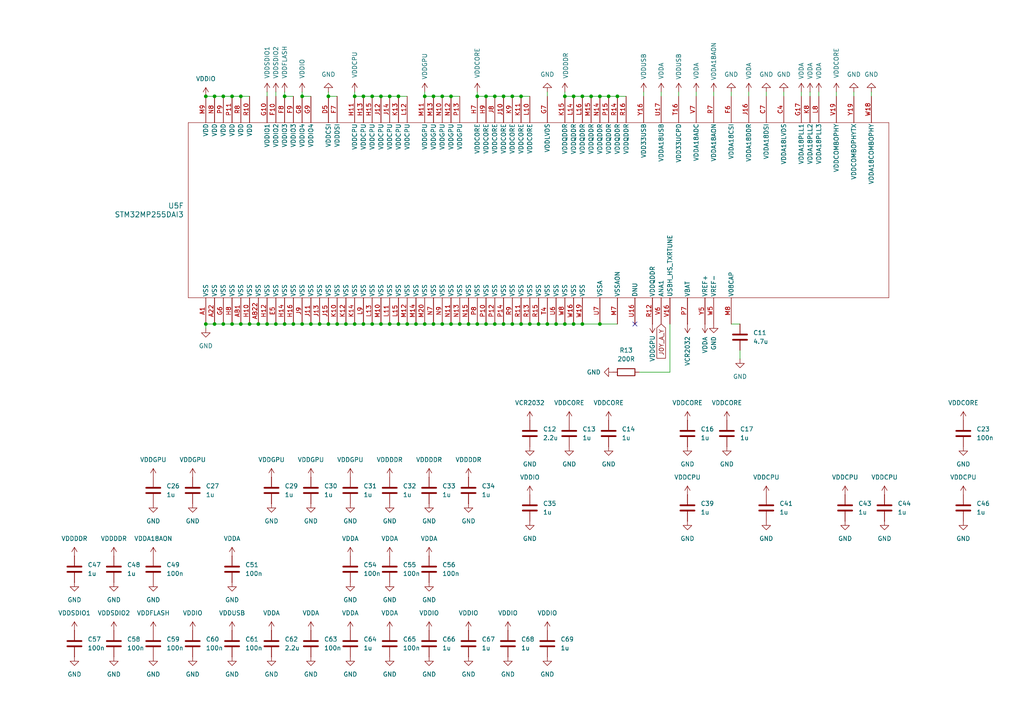
<source format=kicad_sch>
(kicad_sch (version 20250114) (generator "eeschema") (generator_version "9.0")
  (paper "A4")
  (junction (at 148.59 27.94))
  (junction (at 82.55 27.94))
  (junction (at 146.05 93.98))
  (junction (at 143.51 93.98))
  (junction (at 118.11 93.98))
  (junction (at 95.25 27.94))
  (junction (at 95.25 93.98))
  (junction (at 138.43 93.98))
  (junction (at 151.13 27.94))
  (junction (at 72.39 93.98))
  (junction (at 125.73 27.94))
  (junction (at 123.19 27.94))
  (junction (at 153.67 93.98))
  (junction (at 128.27 27.94))
  (junction (at 87.63 93.98))
  (junction (at 113.03 27.94))
  (junction (at 143.51 27.94))
  (junction (at 82.55 93.98))
  (junction (at 85.09 93.98))
  (junction (at 151.13 93.98))
  (junction (at 77.47 93.98))
  (junction (at 130.81 27.94))
  (junction (at 107.95 27.94))
  (junction (at 87.63 27.94))
  (junction (at 97.79 93.98))
  (junction (at 148.59 93.98))
  (junction (at 64.77 93.98))
  (junction (at 120.65 93.98))
  (junction (at 176.53 27.94))
  (junction (at 173.99 93.98))
  (junction (at 67.31 93.98))
  (junction (at 105.41 93.98))
  (junction (at 64.77 27.94))
  (junction (at 69.85 27.94))
  (junction (at 138.43 27.94))
  (junction (at 100.33 93.98))
  (junction (at 62.23 93.98))
  (junction (at 69.85 93.98))
  (junction (at 113.03 93.98))
  (junction (at 163.83 93.98))
  (junction (at 140.97 27.94))
  (junction (at 168.91 93.98))
  (junction (at 166.37 27.94))
  (junction (at 128.27 93.98))
  (junction (at 140.97 93.98))
  (junction (at 156.21 93.98))
  (junction (at 59.69 93.98))
  (junction (at 90.17 93.98))
  (junction (at 158.75 93.98))
  (junction (at 168.91 27.94))
  (junction (at 80.01 93.98))
  (junction (at 92.71 93.98))
  (junction (at 163.83 27.94))
  (junction (at 130.81 93.98))
  (junction (at 110.49 93.98))
  (junction (at 62.23 27.94))
  (junction (at 59.69 27.94))
  (junction (at 105.41 27.94))
  (junction (at 123.19 93.98))
  (junction (at 102.87 93.98))
  (junction (at 161.29 93.98))
  (junction (at 110.49 27.94))
  (junction (at 179.07 27.94))
  (junction (at 115.57 27.94))
  (junction (at 133.35 93.98))
  (junction (at 173.99 27.94))
  (junction (at 135.89 93.98))
  (junction (at 146.05 27.94))
  (junction (at 125.73 93.98))
  (junction (at 115.57 93.98))
  (junction (at 102.87 27.94))
  (junction (at 166.37 93.98))
  (junction (at 171.45 27.94))
  (junction (at 107.95 93.98))
  (junction (at 67.31 27.94))
  (junction (at 74.93 93.98))
  (no_connect (at 184.15 93.98))
  (wire (pts (xy 110.49 27.94) (xy 113.03 27.94)))
  (wire (pts (xy 118.11 93.98) (xy 120.65 93.98)))
  (wire (pts (xy 69.85 27.94) (xy 72.39 27.94)))
  (wire (pts (xy 186.69 26.67) (xy 186.69 27.94)))
  (wire (pts (xy 166.37 93.98) (xy 168.91 93.98)))
  (wire (pts (xy 74.93 93.98) (xy 77.47 93.98)))
  (wire (pts (xy 151.13 93.98) (xy 153.67 93.98)))
  (wire (pts (xy 168.91 27.94) (xy 171.45 27.94)))
  (wire (pts (xy 196.85 26.67) (xy 196.85 27.94)))
  (wire (pts (xy 179.07 27.94) (xy 181.61 27.94)))
  (wire (pts (xy 168.91 93.98) (xy 173.99 93.98)))
  (wire (pts (xy 77.47 93.98) (xy 80.01 93.98)))
  (wire (pts (xy 133.35 93.98) (xy 135.89 93.98)))
  (wire (pts (xy 123.19 26.67) (xy 123.19 27.94)))
  (wire (pts (xy 85.09 93.98) (xy 87.63 93.98)))
  (wire (pts (xy 62.23 27.94) (xy 64.77 27.94)))
  (wire (pts (xy 153.67 93.98) (xy 156.21 93.98)))
  (wire (pts (xy 212.09 93.98) (xy 214.63 93.98)))
  (wire (pts (xy 80.01 93.98) (xy 82.55 93.98)))
  (wire (pts (xy 163.83 93.98) (xy 166.37 93.98)))
  (wire (pts (xy 222.25 26.67) (xy 222.25 27.94)))
  (wire (pts (xy 191.77 26.67) (xy 191.77 27.94)))
  (wire (pts (xy 105.41 27.94) (xy 107.95 27.94)))
  (wire (pts (xy 130.81 93.98) (xy 133.35 93.98)))
  (wire (pts (xy 212.09 26.67) (xy 212.09 27.94)))
  (wire (pts (xy 173.99 27.94) (xy 176.53 27.94)))
  (wire (pts (xy 100.33 93.98) (xy 102.87 93.98)))
  (wire (pts (xy 194.31 107.95) (xy 185.42 107.95)))
  (wire (pts (xy 82.55 26.67) (xy 82.55 27.94)))
  (wire (pts (xy 214.63 101.6) (xy 214.63 104.14)))
  (wire (pts (xy 59.69 93.98) (xy 62.23 93.98)))
  (wire (pts (xy 140.97 27.94) (xy 143.51 27.94)))
  (wire (pts (xy 123.19 93.98) (xy 125.73 93.98)))
  (wire (pts (xy 64.77 27.94) (xy 67.31 27.94)))
  (wire (pts (xy 107.95 27.94) (xy 110.49 27.94)))
  (wire (pts (xy 158.75 26.67) (xy 158.75 27.94)))
  (wire (pts (xy 227.33 26.67) (xy 227.33 27.94)))
  (wire (pts (xy 138.43 93.98) (xy 140.97 93.98)))
  (wire (pts (xy 166.37 27.94) (xy 168.91 27.94)))
  (wire (pts (xy 163.83 27.94) (xy 166.37 27.94)))
  (wire (pts (xy 102.87 26.67) (xy 102.87 27.94)))
  (wire (pts (xy 242.57 26.67) (xy 242.57 27.94)))
  (wire (pts (xy 234.95 26.67) (xy 234.95 27.94)))
  (wire (pts (xy 156.21 93.98) (xy 158.75 93.98)))
  (wire (pts (xy 92.71 93.98) (xy 95.25 93.98)))
  (wire (pts (xy 105.41 93.98) (xy 107.95 93.98)))
  (wire (pts (xy 59.69 27.94) (xy 62.23 27.94)))
  (wire (pts (xy 77.47 26.67) (xy 77.47 27.94)))
  (wire (pts (xy 171.45 27.94) (xy 173.99 27.94)))
  (wire (pts (xy 85.09 27.94) (xy 82.55 27.94)))
  (wire (pts (xy 82.55 93.98) (xy 85.09 93.98)))
  (wire (pts (xy 67.31 93.98) (xy 69.85 93.98)))
  (wire (pts (xy 148.59 27.94) (xy 151.13 27.94)))
  (wire (pts (xy 176.53 27.94) (xy 179.07 27.94)))
  (wire (pts (xy 97.79 93.98) (xy 100.33 93.98)))
  (wire (pts (xy 87.63 93.98) (xy 90.17 93.98)))
  (wire (pts (xy 128.27 27.94) (xy 130.81 27.94)))
  (wire (pts (xy 90.17 93.98) (xy 92.71 93.98)))
  (wire (pts (xy 207.01 26.67) (xy 207.01 27.94)))
  (wire (pts (xy 102.87 27.94) (xy 105.41 27.94)))
  (wire (pts (xy 115.57 93.98) (xy 118.11 93.98)))
  (wire (pts (xy 158.75 93.98) (xy 161.29 93.98)))
  (wire (pts (xy 146.05 27.94) (xy 148.59 27.94)))
  (wire (pts (xy 148.59 93.98) (xy 151.13 93.98)))
  (wire (pts (xy 201.93 26.67) (xy 201.93 27.94)))
  (wire (pts (xy 64.77 93.98) (xy 67.31 93.98)))
  (wire (pts (xy 90.17 27.94) (xy 87.63 27.94)))
  (wire (pts (xy 194.31 93.98) (xy 194.31 107.95)))
  (wire (pts (xy 130.81 27.94) (xy 133.35 27.94)))
  (wire (pts (xy 161.29 93.98) (xy 163.83 93.98)))
  (wire (pts (xy 252.73 26.67) (xy 252.73 27.94)))
  (wire (pts (xy 128.27 93.98) (xy 130.81 93.98)))
  (wire (pts (xy 138.43 27.94) (xy 140.97 27.94)))
  (wire (pts (xy 247.65 26.67) (xy 247.65 27.94)))
  (wire (pts (xy 237.49 26.67) (xy 237.49 27.94)))
  (wire (pts (xy 151.13 27.94) (xy 153.67 27.94)))
  (wire (pts (xy 143.51 27.94) (xy 146.05 27.94)))
  (wire (pts (xy 62.23 93.98) (xy 64.77 93.98)))
  (wire (pts (xy 143.51 93.98) (xy 146.05 93.98)))
  (wire (pts (xy 102.87 93.98) (xy 105.41 93.98)))
  (wire (pts (xy 140.97 93.98) (xy 143.51 93.98)))
  (wire (pts (xy 95.25 26.67) (xy 95.25 27.94)))
  (wire (pts (xy 107.95 93.98) (xy 110.49 93.98)))
  (wire (pts (xy 95.25 27.94) (xy 97.79 27.94)))
  (wire (pts (xy 146.05 93.98) (xy 148.59 93.98)))
  (wire (pts (xy 125.73 27.94) (xy 128.27 27.94)))
  (wire (pts (xy 138.43 26.67) (xy 138.43 27.94)))
  (wire (pts (xy 59.69 95.25) (xy 59.69 93.98)))
  (wire (pts (xy 173.99 93.98) (xy 179.07 93.98)))
  (wire (pts (xy 80.01 26.67) (xy 80.01 27.94)))
  (wire (pts (xy 217.17 26.67) (xy 217.17 27.94)))
  (wire (pts (xy 110.49 93.98) (xy 113.03 93.98)))
  (wire (pts (xy 95.25 93.98) (xy 97.79 93.98)))
  (wire (pts (xy 125.73 93.98) (xy 128.27 93.98)))
  (wire (pts (xy 115.57 27.94) (xy 118.11 27.94)))
  (wire (pts (xy 72.39 93.98) (xy 74.93 93.98)))
  (wire (pts (xy 163.83 26.67) (xy 163.83 27.94)))
  (wire (pts (xy 123.19 27.94) (xy 125.73 27.94)))
  (wire (pts (xy 232.41 26.67) (xy 232.41 27.94)))
  (wire (pts (xy 67.31 27.94) (xy 69.85 27.94)))
  (wire (pts (xy 87.63 26.67) (xy 87.63 27.94)))
  (wire (pts (xy 113.03 93.98) (xy 115.57 93.98)))
  (wire (pts (xy 120.65 93.98) (xy 123.19 93.98)))
  (wire (pts (xy 69.85 93.98) (xy 72.39 93.98)))
  (wire (pts (xy 135.89 93.98) (xy 138.43 93.98)))
  (wire (pts (xy 113.03 27.94) (xy 115.57 27.94)))
  (global_label "JOY_A_Y" (shape input) (at 191.77 93.98 270) (property "Intersheetrefs" "${INTERSHEET_REFS}" (effects (hide yes))))
  (symbol (lib_id "power:VDD") (at 90.17 138.43 0) (unit 1)
    (property "Reference" "#PWR0117" (effects (hide yes)))
    (property "Value" "VDDGPU" (at 90.17 133.35 0))
    (property "Description" "Power symbol creates a global label with name \"VDD\"" (effects (hide yes)))
  )
  (symbol (lib_id "power:VDD") (at 135.89 138.43 0) (unit 1)
    (property "Reference" "#PWR0121" (effects (hide yes)))
    (property "Value" "VDDDDR" (at 135.89 133.35 0))
    (property "Description" "Power symbol creates a global label with name \"VDD\"" (effects (hide yes)))
  )
  (symbol (lib_id "power:VDD") (at 113.03 138.43 0) (unit 1)
    (property "Reference" "#PWR0119" (effects (hide yes)))
    (property "Value" "VDDDDR" (at 113.03 133.35 0))
    (property "Description" "Power symbol creates a global label with name \"VDD\"" (effects (hide yes)))
  )
  (symbol (lib_id "power:VDD") (at 87.63 26.67 0) (unit 1)
    (property "Reference" "#PWR057" (effects (hide yes)))
    (property "Value" "VDDIO" (at 87.6299 22.86 90) (effects (justify left)))
    (property "Description" "Power symbol creates a global label with name \"VDD\"" (effects (hide yes)))
  )
  (symbol (lib_id "power:VDDA") (at 78.74 182.88 0) (unit 1)
    (property "Reference" "#PWR0182" (effects (hide yes)))
    (property "Value" "VDDA" (at 78.74 177.8 0))
    (property "Description" "Power symbol creates a global label with name \"VDDA\"" (effects (hide yes)))
  )
  (symbol (lib_id "power:VDD") (at 153.67 143.51 0) (unit 1)
    (property "Reference" "#PWR0122" (effects (hide yes)))
    (property "Value" "VDDIO" (at 153.67 138.43 0))
    (property "Description" "Power symbol creates a global label with name \"VDD\"" (effects (hide yes)))
  )
  (symbol (lib_id "Device:C") (at 124.46 165.1 0) (unit 1)
    (property "Reference" "C56" (at 128.27 163.8299 0) (effects (justify left)))
    (property "Value" "100n" (at 128.27 166.3699 0) (effects (justify left)))
    (property "Footprint" "Capacitor_SMD:C_0402_1005Metric" (effects (hide yes)))
    (property "Description" "Unpolarized capacitor" (effects (hide yes)))
  )
  (symbol (lib_id "power:VDD") (at 207.01 26.67 0) (unit 1)
    (property "Reference" "#PWR068" (effects (hide yes)))
    (property "Value" "VDDA18AON" (at 207.01 17.78 90))
    (property "Description" "Power symbol creates a global label with name \"VDD\"" (effects (hide yes)))
  )
  (symbol (lib_id "power:VDDA") (at 124.46 161.29 0) (unit 1)
    (property "Reference" "#PWR0166" (effects (hide yes)))
    (property "Value" "VDDA" (at 124.46 156.21 0))
    (property "Description" "Power symbol creates a global label with name \"VDDA\"" (effects (hide yes)))
  )
  (symbol (lib_id "power:VDDA") (at 234.95 26.67 0) (unit 1)
    (property "Reference" "#PWR074" (effects (hide yes)))
    (property "Value" "VDDA" (at 234.95 20.574 90))
    (property "Description" "Power symbol creates a global label with name \"VDDA\"" (effects (hide yes)))
  )
  (symbol (lib_id "power:GND") (at 21.59 168.91 0) (unit 1)
    (property "Reference" "#PWR0167" (effects (hide yes)))
    (property "Value" "GND" (at 21.59 173.99 0))
    (property "Description" "Power symbol creates a global label with name \"GND\" , ground" (effects (hide yes)))
  )
  (symbol (lib_id "power:GND") (at 176.53 129.54 0) (unit 1)
    (property "Reference" "#PWR0101" (effects (hide yes)))
    (property "Value" "GND" (at 176.53 134.62 0))
    (property "Description" "Power symbol creates a global label with name \"GND\" , ground" (effects (hide yes)))
  )
  (symbol (lib_id "Device:C") (at 78.74 186.69 0) (unit 1)
    (property "Reference" "C62" (at 82.55 185.4199 0) (effects (justify left)))
    (property "Value" "2.2u" (at 82.55 187.9599 0) (effects (justify left)))
    (property "Footprint" "Capacitor_SMD:C_0402_1005Metric" (effects (hide yes)))
    (property "Description" "Unpolarized capacitor" (effects (hide yes)))
  )
  (symbol (lib_id "Device:C") (at 124.46 142.24 0) (unit 1)
    (property "Reference" "C33" (at 128.27 140.9699 0) (effects (justify left)))
    (property "Value" "1u" (at 128.27 143.5099 0) (effects (justify left)))
    (property "Footprint" "Capacitor_SMD:C_0402_1005Metric" (effects (hide yes)))
    (property "Description" "Unpolarized capacitor" (effects (hide yes)))
  )
  (symbol (lib_id "power:GND") (at 95.25 26.67 180) (unit 1)
    (property "Reference" "#PWR058" (effects (hide yes)))
    (property "Value" "GND" (at 95.25 21.59 0))
    (property "Description" "Power symbol creates a global label with name \"GND\" , ground" (effects (hide yes)))
  )
  (symbol (lib_id "power:GND") (at 199.39 129.54 0) (unit 1)
    (property "Reference" "#PWR0103" (effects (hide yes)))
    (property "Value" "GND" (at 199.39 134.62 0))
    (property "Description" "Power symbol creates a global label with name \"GND\" , ground" (effects (hide yes)))
  )
  (symbol (lib_id "power:VDDA") (at 204.47 93.98 180) (unit 1)
    (property "Reference" "#PWR082" (effects (hide yes)))
    (property "Value" "VDDA" (at 204.47 100.076 90))
    (property "Description" "Power symbol creates a global label with name \"VDDA\"" (effects (hide yes)))
  )
  (symbol (lib_id "power:VDD") (at 80.01 26.67 0) (unit 1)
    (property "Reference" "#PWR055" (effects (hide yes)))
    (property "Value" "VDDSDIO2" (at 80.0099 22.86 90) (effects (justify left)))
    (property "Description" "Power symbol creates a global label with name \"VDD\"" (effects (hide yes)))
  )
  (symbol (lib_id "power:VDD") (at 21.59 182.88 0) (unit 1)
    (property "Reference" "#PWR0177" (effects (hide yes)))
    (property "Value" "VDDSDIO1" (at 21.59 177.8 0))
    (property "Description" "Power symbol creates a global label with name \"VDD\"" (effects (hide yes)))
  )
  (symbol (lib_id "power:GND") (at 124.46 168.91 0) (unit 1)
    (property "Reference" "#PWR0176" (effects (hide yes)))
    (property "Value" "GND" (at 124.46 173.99 0))
    (property "Description" "Power symbol creates a global label with name \"GND\" , ground" (effects (hide yes)))
  )
  (symbol (lib_id "STM32MP255DAI:STM32MP255DAI3") (at 59.69 93.98 90) (unit 6)
    (property "Reference" "U5" (at 53.34 59.6899 90) (effects (font (size 1.524 1.524)) (justify left)))
    (property "Value" "STM32MP255DAI3" (at 53.34 62.2299 90) (effects (font (size 1.524 1.524)) (justify left)))
    (property "Footprint" "footprints:TFBGA436_STM" (effects (hide yes)))
    (property "Datasheet" "https://www.st.com/resource/en/datasheet/stm32mp251a.pdf" (effects (hide yes)))
  )
  (symbol (lib_id "power:GND") (at 101.6 146.05 0) (unit 1)
    (property "Reference" "#PWR0141" (effects (hide yes)))
    (property "Value" "GND" (at 101.6 151.13 0))
    (property "Description" "Power symbol creates a global label with name \"GND\" , ground" (effects (hide yes)))
  )
  (symbol (lib_id "power:GND") (at 44.45 146.05 0) (unit 1)
    (property "Reference" "#PWR0136" (effects (hide yes)))
    (property "Value" "GND" (at 44.45 151.13 0))
    (property "Description" "Power symbol creates a global label with name \"GND\" , ground" (effects (hide yes)))
  )
  (symbol (lib_id "power:VDDA") (at 201.93 26.67 0) (unit 1)
    (property "Reference" "#PWR067" (effects (hide yes)))
    (property "Value" "VDDA" (at 201.93 20.574 90))
    (property "Description" "Power symbol creates a global label with name \"VDDA\"" (effects (hide yes)))
  )
  (symbol (lib_id "power:GND") (at 33.02 168.91 0) (unit 1)
    (property "Reference" "#PWR0168" (effects (hide yes)))
    (property "Value" "GND" (at 33.02 173.99 0))
    (property "Description" "Power symbol creates a global label with name \"GND\" , ground" (effects (hide yes)))
  )
  (symbol (lib_id "power:VDD") (at 78.74 138.43 0) (unit 1)
    (property "Reference" "#PWR0116" (effects (hide yes)))
    (property "Value" "VDDGPU" (at 78.74 133.35 0))
    (property "Description" "Power symbol creates a global label with name \"VDD\"" (effects (hide yes)))
  )
  (symbol (lib_id "power:GND") (at 124.46 190.5 0) (unit 1)
    (property "Reference" "#PWR0199" (effects (hide yes)))
    (property "Value" "GND" (at 124.46 195.58 0))
    (property "Description" "Power symbol creates a global label with name \"GND\" , ground" (effects (hide yes)))
  )
  (symbol (lib_id "power:GND") (at 165.1 129.54 0) (unit 1)
    (property "Reference" "#PWR0100" (effects (hide yes)))
    (property "Value" "GND" (at 165.1 134.62 0))
    (property "Description" "Power symbol creates a global label with name \"GND\" , ground" (effects (hide yes)))
  )
  (symbol (lib_id "power:GND") (at 44.45 168.91 0) (unit 1)
    (property "Reference" "#PWR0169" (effects (hide yes)))
    (property "Value" "GND" (at 44.45 173.99 0))
    (property "Description" "Power symbol creates a global label with name \"GND\" , ground" (effects (hide yes)))
  )
  (symbol (lib_id "power:VDD") (at 55.88 138.43 0) (unit 1)
    (property "Reference" "#PWR0114" (effects (hide yes)))
    (property "Value" "VDDGPU" (at 55.88 133.35 0))
    (property "Description" "Power symbol creates a global label with name \"VDD\"" (effects (hide yes)))
  )
  (symbol (lib_id "power:VDD") (at 196.85 26.67 0) (unit 1)
    (property "Reference" "#PWR066" (effects (hide yes)))
    (property "Value" "VDDUSB" (at 196.85 19.304 90))
    (property "Description" "Power symbol creates a global label with name \"VDD\"" (effects (hide yes)))
  )
  (symbol (lib_id "power:VDD") (at 256.54 143.51 0) (unit 1)
    (property "Reference" "#PWR0131" (effects (hide yes)))
    (property "Value" "VDDCPU" (at 256.54 138.43 0))
    (property "Description" "Power symbol creates a global label with name \"VDD\"" (effects (hide yes)))
  )
  (symbol (lib_id "power:VDD") (at 123.19 26.67 0) (unit 1)
    (property "Reference" "#PWR060" (effects (hide yes)))
    (property "Value" "VDDGPU" (at 123.19 23.114 90) (effects (justify left)))
    (property "Description" "Power symbol creates a global label with name \"VDD\"" (effects (hide yes)))
  )
  (symbol (lib_id "Device:C") (at 113.03 186.69 0) (unit 1)
    (property "Reference" "C65" (at 116.84 185.4199 0) (effects (justify left)))
    (property "Value" "100n" (at 116.84 187.9599 0) (effects (justify left)))
    (property "Footprint" "Capacitor_SMD:C_0402_1005Metric" (effects (hide yes)))
    (property "Description" "Unpolarized capacitor" (effects (hide yes)))
  )
  (symbol (lib_id "power:GND") (at 44.45 190.5 0) (unit 1)
    (property "Reference" "#PWR0192" (effects (hide yes)))
    (property "Value" "GND" (at 44.45 195.58 0))
    (property "Description" "Power symbol creates a global label with name \"GND\" , ground" (effects (hide yes)))
  )
  (symbol (lib_id "power:GND") (at 256.54 151.13 0) (unit 1)
    (property "Reference" "#PWR0154" (effects (hide yes)))
    (property "Value" "GND" (at 256.54 156.21 0))
    (property "Description" "Power symbol creates a global label with name \"GND\" , ground" (effects (hide yes)))
  )
  (symbol (lib_id "power:GND") (at 78.74 190.5 0) (unit 1)
    (property "Reference" "#PWR0195" (effects (hide yes)))
    (property "Value" "GND" (at 78.74 195.58 0))
    (property "Description" "Power symbol creates a global label with name \"GND\" , ground" (effects (hide yes)))
  )
  (symbol (lib_id "power:VDD") (at 158.75 182.88 0) (unit 1)
    (property "Reference" "#PWR0189" (effects (hide yes)))
    (property "Value" "VDDIO" (at 158.75 177.8 0))
    (property "Description" "Power symbol creates a global label with name \"VDD\"" (effects (hide yes)))
  )
  (symbol (lib_id "power:VDD") (at 199.39 143.51 0) (unit 1)
    (property "Reference" "#PWR0126" (effects (hide yes)))
    (property "Value" "VDDCPU" (at 199.39 138.43 0))
    (property "Description" "Power symbol creates a global label with name \"VDD\"" (effects (hide yes)))
  )
  (symbol (lib_id "power:GND") (at 55.88 146.05 0) (unit 1)
    (property "Reference" "#PWR0137" (effects (hide yes)))
    (property "Value" "GND" (at 55.88 151.13 0))
    (property "Description" "Power symbol creates a global label with name \"GND\" , ground" (effects (hide yes)))
  )
  (symbol (lib_id "power:VDD") (at 165.1 121.92 0) (unit 1)
    (property "Reference" "#PWR088" (effects (hide yes)))
    (property "Value" "VDDCORE" (at 165.1 116.84 0))
    (property "Description" "Power symbol creates a global label with name \"VDD\"" (effects (hide yes)))
  )
  (symbol (lib_id "power:VDDA") (at 90.17 182.88 0) (unit 1)
    (property "Reference" "#PWR0183" (effects (hide yes)))
    (property "Value" "VDDA" (at 90.17 177.8 0))
    (property "Description" "Power symbol creates a global label with name \"VDDA\"" (effects (hide yes)))
  )
  (symbol (lib_id "Device:C") (at 67.31 186.69 0) (unit 1)
    (property "Reference" "C61" (at 71.12 185.4199 0) (effects (justify left)))
    (property "Value" "100n" (at 71.12 187.9599 0) (effects (justify left)))
    (property "Footprint" "Capacitor_SMD:C_0402_1005Metric" (effects (hide yes)))
    (property "Description" "Unpolarized capacitor" (effects (hide yes)))
  )
  (symbol (lib_id "Device:C") (at 124.46 186.69 0) (unit 1)
    (property "Reference" "C66" (at 128.27 185.4199 0) (effects (justify left)))
    (property "Value" "1u" (at 128.27 187.9599 0) (effects (justify left)))
    (property "Footprint" "Capacitor_SMD:C_0402_1005Metric" (effects (hide yes)))
    (property "Description" "Unpolarized capacitor" (effects (hide yes)))
  )
  (symbol (lib_id "power:VDD") (at 135.89 182.88 0) (unit 1)
    (property "Reference" "#PWR0187" (effects (hide yes)))
    (property "Value" "VDDIO" (at 135.89 177.8 0))
    (property "Description" "Power symbol creates a global label with name \"VDD\"" (effects (hide yes)))
  )
  (symbol (lib_id "power:VDD") (at 279.4 121.92 0) (unit 1)
    (property "Reference" "#PWR098" (effects (hide yes)))
    (property "Value" "VDDCORE" (at 279.4 116.84 0))
    (property "Description" "Power symbol creates a global label with name \"VDD\"" (effects (hide yes)))
  )
  (symbol (lib_id "power:GND") (at 113.03 146.05 0) (unit 1)
    (property "Reference" "#PWR0142" (effects (hide yes)))
    (property "Value" "GND" (at 113.03 151.13 0))
    (property "Description" "Power symbol creates a global label with name \"GND\" , ground" (effects (hide yes)))
  )
  (symbol (lib_id "Device:C") (at 33.02 186.69 0) (unit 1)
    (property "Reference" "C58" (at 36.83 185.4199 0) (effects (justify left)))
    (property "Value" "100n" (at 36.83 187.9599 0) (effects (justify left)))
    (property "Footprint" "Capacitor_SMD:C_0402_1005Metric" (effects (hide yes)))
    (property "Description" "Unpolarized capacitor" (effects (hide yes)))
  )
  (symbol (lib_id "power:VDD") (at 82.55 26.67 0) (unit 1)
    (property "Reference" "#PWR056" (effects (hide yes)))
    (property "Value" "VDDFLASH" (at 82.5499 22.86 90) (effects (justify left)))
    (property "Description" "Power symbol creates a global label with name \"VDD\"" (effects (hide yes)))
  )
  (symbol (lib_id "power:GND") (at 67.31 190.5 0) (unit 1)
    (property "Reference" "#PWR0194" (effects (hide yes)))
    (property "Value" "GND" (at 67.31 195.58 0))
    (property "Description" "Power symbol creates a global label with name \"GND\" , ground" (effects (hide yes)))
  )
  (symbol (lib_id "power:GND") (at 124.46 146.05 0) (unit 1)
    (property "Reference" "#PWR0143" (effects (hide yes)))
    (property "Value" "GND" (at 124.46 151.13 0))
    (property "Description" "Power symbol creates a global label with name \"GND\" , ground" (effects (hide yes)))
  )
  (symbol (lib_id "Device:C") (at 21.59 186.69 0) (unit 1)
    (property "Reference" "C57" (at 25.4 185.4199 0) (effects (justify left)))
    (property "Value" "100n" (at 25.4 187.9599 0) (effects (justify left)))
    (property "Footprint" "Capacitor_SMD:C_0402_1005Metric" (effects (hide yes)))
    (property "Description" "Unpolarized capacitor" (effects (hide yes)))
  )
  (symbol (lib_id "power:VDDA") (at 101.6 182.88 0) (unit 1)
    (property "Reference" "#PWR0184" (effects (hide yes)))
    (property "Value" "VDDA" (at 101.6 177.8 0))
    (property "Description" "Power symbol creates a global label with name \"VDDA\"" (effects (hide yes)))
  )
  (symbol (lib_id "power:VDD") (at 44.45 161.29 0) (unit 1)
    (property "Reference" "#PWR0159" (effects (hide yes)))
    (property "Value" "VDDA18AON" (at 44.45 156.21 0))
    (property "Description" "Power symbol creates a global label with name \"VDD\"" (effects (hide yes)))
  )
  (symbol (lib_id "Device:C") (at 214.63 97.79 0) (unit 1)
    (property "Reference" "C11" (at 218.44 96.5199 0) (effects (justify left)))
    (property "Value" "4.7u" (at 218.44 99.0599 0) (effects (justify left)))
    (property "Footprint" "Capacitor_SMD:C_0402_1005Metric" (effects (hide yes)))
    (property "Description" "Unpolarized capacitor" (effects (hide yes)))
  )
  (symbol (lib_id "power:VDD") (at 147.32 182.88 0) (unit 1)
    (property "Reference" "#PWR0188" (effects (hide yes)))
    (property "Value" "VDDIO" (at 147.32 177.8 0))
    (property "Description" "Power symbol creates a global label with name \"VDD\"" (effects (hide yes)))
  )
  (symbol (lib_id "power:GND") (at 78.74 146.05 0) (unit 1)
    (property "Reference" "#PWR0139" (effects (hide yes)))
    (property "Value" "GND" (at 78.74 151.13 0))
    (property "Description" "Power symbol creates a global label with name \"GND\" , ground" (effects (hide yes)))
  )
  (symbol (lib_id "Device:C") (at 55.88 142.24 0) (unit 1)
    (property "Reference" "C27" (at 59.69 140.9699 0) (effects (justify left)))
    (property "Value" "1u" (at 59.69 143.5099 0) (effects (justify left)))
    (property "Footprint" "Capacitor_SMD:C_0402_1005Metric" (effects (hide yes)))
    (property "Description" "Unpolarized capacitor" (effects (hide yes)))
  )
  (symbol (lib_id "power:VDD") (at 176.53 121.92 0) (unit 1)
    (property "Reference" "#PWR089" (effects (hide yes)))
    (property "Value" "VDDCORE" (at 176.53 116.84 0))
    (property "Description" "Power symbol creates a global label with name \"VDD\"" (effects (hide yes)))
  )
  (symbol (lib_id "power:GND") (at 67.31 168.91 0) (unit 1)
    (property "Reference" "#PWR0171" (effects (hide yes)))
    (property "Value" "GND" (at 67.31 173.99 0))
    (property "Description" "Power symbol creates a global label with name \"GND\" , ground" (effects (hide yes)))
  )
  (symbol (lib_id "Device:C") (at 245.11 147.32 0) (unit 1)
    (property "Reference" "C43" (at 248.92 146.0499 0) (effects (justify left)))
    (property "Value" "1u" (at 248.92 148.5899 0) (effects (justify left)))
    (property "Footprint" "Capacitor_SMD:C_0402_1005Metric" (effects (hide yes)))
    (property "Description" "Unpolarized capacitor" (effects (hide yes)))
  )
  (symbol (lib_id "power:VDD") (at 153.67 121.92 0) (unit 1)
    (property "Reference" "#PWR087" (effects (hide yes)))
    (property "Value" "VCR2032" (at 153.67 116.84 0))
    (property "Description" "Power symbol creates a global label with name \"VDD\"" (effects (hide yes)))
  )
  (symbol (lib_id "power:GND") (at 210.82 129.54 0) (unit 1)
    (property "Reference" "#PWR0104" (effects (hide yes)))
    (property "Value" "GND" (at 210.82 134.62 0))
    (property "Description" "Power symbol creates a global label with name \"GND\" , ground" (effects (hide yes)))
  )
  (symbol (lib_id "power:GND") (at 247.65 26.67 180) (unit 1)
    (property "Reference" "#PWR077" (effects (hide yes)))
    (property "Value" "GND" (at 247.65 21.59 0))
    (property "Description" "Power symbol creates a global label with name \"GND\" , ground" (effects (hide yes)))
  )
  (symbol (lib_id "Device:C") (at 44.45 165.1 0) (unit 1)
    (property "Reference" "C49" (at 48.26 163.8299 0) (effects (justify left)))
    (property "Value" "100n" (at 48.26 166.3699 0) (effects (justify left)))
    (property "Footprint" "Capacitor_SMD:C_0402_1005Metric" (effects (hide yes)))
    (property "Description" "Unpolarized capacitor" (effects (hide yes)))
  )
  (symbol (lib_id "power:VDD") (at 163.83 26.67 0) (unit 1)
    (property "Reference" "#PWR063" (effects (hide yes)))
    (property "Value" "VDDDDR" (at 164.084 22.86 90) (effects (justify left)))
    (property "Description" "Power symbol creates a global label with name \"VDD\"" (effects (hide yes)))
  )
  (symbol (lib_id "Device:C") (at 78.74 142.24 0) (unit 1)
    (property "Reference" "C29" (at 82.55 140.9699 0) (effects (justify left)))
    (property "Value" "1u" (at 82.55 143.5099 0) (effects (justify left)))
    (property "Footprint" "Capacitor_SMD:C_0402_1005Metric" (effects (hide yes)))
    (property "Description" "Unpolarized capacitor" (effects (hide yes)))
  )
  (symbol (lib_id "power:VDD") (at 21.59 161.29 0) (unit 1)
    (property "Reference" "#PWR0157" (effects (hide yes)))
    (property "Value" "VDDDDR" (at 21.59 156.21 0))
    (property "Description" "Power symbol creates a global label with name \"VDD\"" (effects (hide yes)))
  )
  (symbol (lib_id "Device:R") (at 181.61 107.95 90) (unit 1)
    (property "Reference" "R13" (at 181.61 101.6 90))
    (property "Value" "200R" (at 181.61 104.14 90))
    (property "Footprint" "Resistor_SMD:R_0603_1608Metric" (effects (hide yes)))
    (property "Description" "Resistor" (effects (hide yes)))
  )
  (symbol (lib_id "power:VDDA") (at 113.03 161.29 0) (unit 1)
    (property "Reference" "#PWR0165" (effects (hide yes)))
    (property "Value" "VDDA" (at 113.03 156.21 0))
    (property "Description" "Power symbol creates a global label with name \"VDDA\"" (effects (hide yes)))
  )
  (symbol (lib_id "power:GND") (at 90.17 146.05 0) (unit 1)
    (property "Reference" "#PWR0140" (effects (hide yes)))
    (property "Value" "GND" (at 90.17 151.13 0))
    (property "Description" "Power symbol creates a global label with name \"GND\" , ground" (effects (hide yes)))
  )
  (symbol (lib_id "power:GND") (at 177.8 107.95 270) (unit 1)
    (property "Reference" "#PWR086" (effects (hide yes)))
    (property "Value" "GND" (at 172.212 107.95 90))
    (property "Description" "Power symbol creates a global label with name \"GND\" , ground" (effects (hide yes)))
  )
  (symbol (lib_id "power:GND") (at 207.01 93.98 0) (unit 1)
    (property "Reference" "#PWR083" (effects (hide yes)))
    (property "Value" "GND" (at 207.01 99.568 90))
    (property "Description" "Power symbol creates a global label with name \"GND\" , ground" (effects (hide yes)))
  )
  (symbol (lib_id "Device:C") (at 279.4 125.73 0) (unit 1)
    (property "Reference" "C23" (at 283.21 124.4599 0) (effects (justify left)))
    (property "Value" "100n" (at 283.21 126.9999 0) (effects (justify left)))
    (property "Footprint" "Capacitor_SMD:C_0402_1005Metric" (effects (hide yes)))
    (property "Description" "Unpolarized capacitor" (effects (hide yes)))
  )
  (symbol (lib_id "power:GND") (at 279.4 129.54 0) (unit 1)
    (property "Reference" "#PWR0110" (effects (hide yes)))
    (property "Value" "GND" (at 279.4 134.62 0))
    (property "Description" "Power symbol creates a global label with name \"GND\" , ground" (effects (hide yes)))
  )
  (symbol (lib_id "power:GND") (at 222.25 26.67 180) (unit 1)
    (property "Reference" "#PWR071" (effects (hide yes)))
    (property "Value" "GND" (at 222.25 21.59 0))
    (property "Description" "Power symbol creates a global label with name \"GND\" , ground" (effects (hide yes)))
  )
  (symbol (lib_id "power:GND") (at 147.32 190.5 0) (unit 1)
    (property "Reference" "#PWR0201" (effects (hide yes)))
    (property "Value" "GND" (at 147.32 195.58 0))
    (property "Description" "Power symbol creates a global label with name \"GND\" , ground" (effects (hide yes)))
  )
  (symbol (lib_id "power:VDDA") (at 237.49 26.67 0) (unit 1)
    (property "Reference" "#PWR075" (effects (hide yes)))
    (property "Value" "VDDA" (at 237.49 20.574 90))
    (property "Description" "Power symbol creates a global label with name \"VDDA\"" (effects (hide yes)))
  )
  (symbol (lib_id "Device:C") (at 210.82 125.73 0) (unit 1)
    (property "Reference" "C17" (at 214.63 124.4599 0) (effects (justify left)))
    (property "Value" "1u" (at 214.63 126.9999 0) (effects (justify left)))
    (property "Footprint" "Capacitor_SMD:C_0402_1005Metric" (effects (hide yes)))
    (property "Description" "Unpolarized capacitor" (effects (hide yes)))
  )
  (symbol (lib_id "power:GND") (at 21.59 190.5 0) (unit 1)
    (property "Reference" "#PWR0190" (effects (hide yes)))
    (property "Value" "GND" (at 21.59 195.58 0))
    (property "Description" "Power symbol creates a global label with name \"GND\" , ground" (effects (hide yes)))
  )
  (symbol (lib_id "power:VDD") (at 199.39 93.98 180) (unit 1)
    (property "Reference" "#PWR081" (effects (hide yes)))
    (property "Value" "VCR2032" (at 199.39 106.172 90) (effects (justify right)))
    (property "Description" "Power symbol creates a global label with name \"VDD\"" (effects (hide yes)))
  )
  (symbol (lib_id "power:GND") (at 214.63 104.14 0) (unit 1)
    (property "Reference" "#PWR085" (effects (hide yes)))
    (property "Value" "GND" (at 214.63 109.22 0))
    (property "Description" "Power symbol creates a global label with name \"GND\" , ground" (effects (hide yes)))
  )
  (symbol (lib_id "Device:C") (at 199.39 147.32 0) (unit 1)
    (property "Reference" "C39" (at 203.2 146.0499 0) (effects (justify left)))
    (property "Value" "1u" (at 203.2 148.5899 0) (effects (justify left)))
    (property "Footprint" "Capacitor_SMD:C_0402_1005Metric" (effects (hide yes)))
    (property "Description" "Unpolarized capacitor" (effects (hide yes)))
  )
  (symbol (lib_id "Device:C") (at 44.45 186.69 0) (unit 1)
    (property "Reference" "C59" (at 48.26 185.4199 0) (effects (justify left)))
    (property "Value" "100n" (at 48.26 187.9599 0) (effects (justify left)))
    (property "Footprint" "Capacitor_SMD:C_0402_1005Metric" (effects (hide yes)))
    (property "Description" "Unpolarized capacitor" (effects (hide yes)))
  )
  (symbol (lib_id "Device:C") (at 153.67 125.73 0) (unit 1)
    (property "Reference" "C12" (at 157.48 124.4599 0) (effects (justify left)))
    (property "Value" "2.2u" (at 157.48 126.9999 0) (effects (justify left)))
    (property "Footprint" "Capacitor_SMD:C_0402_1005Metric" (effects (hide yes)))
    (property "Description" "Unpolarized capacitor" (effects (hide yes)))
  )
  (symbol (lib_id "power:VDD") (at 33.02 182.88 0) (unit 1)
    (property "Reference" "#PWR0178" (effects (hide yes)))
    (property "Value" "VDDSDIO2" (at 33.02 177.8 0))
    (property "Description" "Power symbol creates a global label with name \"VDD\"" (effects (hide yes)))
  )
  (symbol (lib_id "power:VDD") (at 59.69 27.94 0) (unit 1)
    (property "Reference" "#PWR079" (effects (hide yes)))
    (property "Value" "VDDIO" (at 59.69 22.86 0))
    (property "Description" "Power symbol creates a global label with name \"VDD\"" (effects (hide yes)))
  )
  (symbol (lib_id "power:VDD") (at 101.6 138.43 0) (unit 1)
    (property "Reference" "#PWR0118" (effects (hide yes)))
    (property "Value" "VDDGPU" (at 101.6 133.35 0))
    (property "Description" "Power symbol creates a global label with name \"VDD\"" (effects (hide yes)))
  )
  (symbol (lib_id "Device:C") (at 101.6 142.24 0) (unit 1)
    (property "Reference" "C31" (at 105.41 140.9699 0) (effects (justify left)))
    (property "Value" "1u" (at 105.41 143.5099 0) (effects (justify left)))
    (property "Footprint" "Capacitor_SMD:C_0402_1005Metric" (effects (hide yes)))
    (property "Description" "Unpolarized capacitor" (effects (hide yes)))
  )
  (symbol (lib_id "power:VDD") (at 124.46 182.88 0) (unit 1)
    (property "Reference" "#PWR0186" (effects (hide yes)))
    (property "Value" "VDDIO" (at 124.46 177.8 0))
    (property "Description" "Power symbol creates a global label with name \"VDD\"" (effects (hide yes)))
  )
  (symbol (lib_id "Device:C") (at 44.45 142.24 0) (unit 1)
    (property "Reference" "C26" (at 48.26 140.9699 0) (effects (justify left)))
    (property "Value" "1u" (at 48.26 143.5099 0) (effects (justify left)))
    (property "Footprint" "Capacitor_SMD:C_0402_1005Metric" (effects (hide yes)))
    (property "Description" "Unpolarized capacitor" (effects (hide yes)))
  )
  (symbol (lib_id "power:VDD") (at 67.31 182.88 0) (unit 1)
    (property "Reference" "#PWR0181" (effects (hide yes)))
    (property "Value" "VDDUSB" (at 67.31 177.8 0))
    (property "Description" "Power symbol creates a global label with name \"VDD\"" (effects (hide yes)))
  )
  (symbol (lib_id "power:GND") (at 153.67 151.13 0) (unit 1)
    (property "Reference" "#PWR0145" (effects (hide yes)))
    (property "Value" "GND" (at 153.67 156.21 0))
    (property "Description" "Power symbol creates a global label with name \"GND\" , ground" (effects (hide yes)))
  )
  (symbol (lib_id "Device:C") (at 158.75 186.69 0) (unit 1)
    (property "Reference" "C69" (at 162.56 185.4199 0) (effects (justify left)))
    (property "Value" "1u" (at 162.56 187.9599 0) (effects (justify left)))
    (property "Footprint" "Capacitor_SMD:C_0402_1005Metric" (effects (hide yes)))
    (property "Description" "Unpolarized capacitor" (effects (hide yes)))
  )
  (symbol (lib_id "Device:C") (at 21.59 165.1 0) (unit 1)
    (property "Reference" "C47" (at 25.4 163.8299 0) (effects (justify left)))
    (property "Value" "1u" (at 25.4 166.3699 0) (effects (justify left)))
    (property "Footprint" "Capacitor_SMD:C_0402_1005Metric" (effects (hide yes)))
    (property "Description" "Unpolarized capacitor" (effects (hide yes)))
  )
  (symbol (lib_id "Device:C") (at 135.89 186.69 0) (unit 1)
    (property "Reference" "C67" (at 139.7 185.4199 0) (effects (justify left)))
    (property "Value" "1u" (at 139.7 187.9599 0) (effects (justify left)))
    (property "Footprint" "Capacitor_SMD:C_0402_1005Metric" (effects (hide yes)))
    (property "Description" "Unpolarized capacitor" (effects (hide yes)))
  )
  (symbol (lib_id "Device:C") (at 90.17 142.24 0) (unit 1)
    (property "Reference" "C30" (at 93.98 140.9699 0) (effects (justify left)))
    (property "Value" "1u" (at 93.98 143.5099 0) (effects (justify left)))
    (property "Footprint" "Capacitor_SMD:C_0402_1005Metric" (effects (hide yes)))
    (property "Description" "Unpolarized capacitor" (effects (hide yes)))
  )
  (symbol (lib_id "power:GND") (at 158.75 26.67 180) (unit 1)
    (property "Reference" "#PWR062" (effects (hide yes)))
    (property "Value" "GND" (at 158.75 21.59 0))
    (property "Description" "Power symbol creates a global label with name \"GND\" , ground" (effects (hide yes)))
  )
  (symbol (lib_id "Device:C") (at 147.32 186.69 0) (unit 1)
    (property "Reference" "C68" (at 151.13 185.4199 0) (effects (justify left)))
    (property "Value" "1u" (at 151.13 187.9599 0) (effects (justify left)))
    (property "Footprint" "Capacitor_SMD:C_0402_1005Metric" (effects (hide yes)))
    (property "Description" "Unpolarized capacitor" (effects (hide yes)))
  )
  (symbol (lib_id "power:GND") (at 113.03 190.5 0) (unit 1)
    (property "Reference" "#PWR0198" (effects (hide yes)))
    (property "Value" "GND" (at 113.03 195.58 0))
    (property "Description" "Power symbol creates a global label with name \"GND\" , ground" (effects (hide yes)))
  )
  (symbol (lib_id "power:GND") (at 222.25 151.13 0) (unit 1)
    (property "Reference" "#PWR0151" (effects (hide yes)))
    (property "Value" "GND" (at 222.25 156.21 0))
    (property "Description" "Power symbol creates a global label with name \"GND\" , ground" (effects (hide yes)))
  )
  (symbol (lib_id "power:GND") (at 101.6 190.5 0) (unit 1)
    (property "Reference" "#PWR0197" (effects (hide yes)))
    (property "Value" "GND" (at 101.6 195.58 0))
    (property "Description" "Power symbol creates a global label with name \"GND\" , ground" (effects (hide yes)))
  )
  (symbol (lib_id "power:VDD") (at 138.43 26.67 0) (unit 1)
    (property "Reference" "#PWR061" (effects (hide yes)))
    (property "Value" "VDDCORE" (at 138.43 18.288 90))
    (property "Description" "Power symbol creates a global label with name \"VDD\"" (effects (hide yes)))
  )
  (symbol (lib_id "power:VDDA") (at 217.17 26.67 0) (unit 1)
    (property "Reference" "#PWR070" (effects (hide yes)))
    (property "Value" "VDDA" (at 217.17 20.574 90))
    (property "Description" "Power symbol creates a global label with name \"VDDA\"" (effects (hide yes)))
  )
  (symbol (lib_id "power:VDD") (at 245.11 143.51 0) (unit 1)
    (property "Reference" "#PWR0130" (effects (hide yes)))
    (property "Value" "VDDCPU" (at 245.11 138.43 0))
    (property "Description" "Power symbol creates a global label with name \"VDD\"" (effects (hide yes)))
  )
  (symbol (lib_id "Device:C") (at 101.6 165.1 0) (unit 1)
    (property "Reference" "C54" (at 105.41 163.8299 0) (effects (justify left)))
    (property "Value" "100n" (at 105.41 166.3699 0) (effects (justify left)))
    (property "Footprint" "Capacitor_SMD:C_0402_1005Metric" (effects (hide yes)))
    (property "Description" "Unpolarized capacitor" (effects (hide yes)))
  )
  (symbol (lib_id "power:VDD") (at 199.39 121.92 0) (unit 1)
    (property "Reference" "#PWR091" (effects (hide yes)))
    (property "Value" "VDDCORE" (at 199.39 116.84 0))
    (property "Description" "Power symbol creates a global label with name \"VDD\"" (effects (hide yes)))
  )
  (symbol (lib_id "Device:C") (at 222.25 147.32 0) (unit 1)
    (property "Reference" "C41" (at 226.06 146.0499 0) (effects (justify left)))
    (property "Value" "1u" (at 226.06 148.5899 0) (effects (justify left)))
    (property "Footprint" "Capacitor_SMD:C_0402_1005Metric" (effects (hide yes)))
    (property "Description" "Unpolarized capacitor" (effects (hide yes)))
  )
  (symbol (lib_id "power:VDD") (at 222.25 143.51 0) (unit 1)
    (property "Reference" "#PWR0128" (effects (hide yes)))
    (property "Value" "VDDCPU" (at 222.25 138.43 0))
    (property "Description" "Power symbol creates a global label with name \"VDD\"" (effects (hide yes)))
  )
  (symbol (lib_id "power:VDDA") (at 67.31 161.29 0) (unit 1)
    (property "Reference" "#PWR0161" (effects (hide yes)))
    (property "Value" "VDDA" (at 67.31 156.21 0))
    (property "Description" "Power symbol creates a global label with name \"VDDA\"" (effects (hide yes)))
  )
  (symbol (lib_id "Device:C") (at 101.6 186.69 0) (unit 1)
    (property "Reference" "C64" (at 105.41 185.4199 0) (effects (justify left)))
    (property "Value" "1u" (at 105.41 187.9599 0) (effects (justify left)))
    (property "Footprint" "Capacitor_SMD:C_0402_1005Metric" (effects (hide yes)))
    (property "Description" "Unpolarized capacitor" (effects (hide yes)))
  )
  (symbol (lib_id "power:VDD") (at 44.45 138.43 0) (unit 1)
    (property "Reference" "#PWR0113" (effects (hide yes)))
    (property "Value" "VDDGPU" (at 44.45 133.35 0))
    (property "Description" "Power symbol creates a global label with name \"VDD\"" (effects (hide yes)))
  )
  (symbol (lib_id "Device:C") (at 176.53 125.73 0) (unit 1)
    (property "Reference" "C14" (at 180.34 124.4599 0) (effects (justify left)))
    (property "Value" "1u" (at 180.34 126.9999 0) (effects (justify left)))
    (property "Footprint" "Capacitor_SMD:C_0402_1005Metric" (effects (hide yes)))
    (property "Description" "Unpolarized capacitor" (effects (hide yes)))
  )
  (symbol (lib_id "power:GND") (at 101.6 168.91 0) (unit 1)
    (property "Reference" "#PWR0174" (effects (hide yes)))
    (property "Value" "GND" (at 101.6 173.99 0))
    (property "Description" "Power symbol creates a global label with name \"GND\" , ground" (effects (hide yes)))
  )
  (symbol (lib_id "power:VDD") (at 210.82 121.92 0) (unit 1)
    (property "Reference" "#PWR092" (effects (hide yes)))
    (property "Value" "VDDCORE" (at 210.82 116.84 0))
    (property "Description" "Power symbol creates a global label with name \"VDD\"" (effects (hide yes)))
  )
  (symbol (lib_id "Device:C") (at 165.1 125.73 0) (unit 1)
    (property "Reference" "C13" (at 168.91 124.4599 0) (effects (justify left)))
    (property "Value" "1u" (at 168.91 126.9999 0) (effects (justify left)))
    (property "Footprint" "Capacitor_SMD:C_0402_1005Metric" (effects (hide yes)))
    (property "Description" "Unpolarized capacitor" (effects (hide yes)))
  )
  (symbol (lib_id "power:GND") (at 279.4 151.13 0) (unit 1)
    (property "Reference" "#PWR0156" (effects (hide yes)))
    (property "Value" "GND" (at 279.4 156.21 0))
    (property "Description" "Power symbol creates a global label with name \"GND\" , ground" (effects (hide yes)))
  )
  (symbol (lib_id "power:GND") (at 227.33 26.67 180) (unit 1)
    (property "Reference" "#PWR072" (effects (hide yes)))
    (property "Value" "GND" (at 227.33 21.59 0))
    (property "Description" "Power symbol creates a global label with name \"GND\" , ground" (effects (hide yes)))
  )
  (symbol (lib_id "power:VDD") (at 55.88 182.88 0) (unit 1)
    (property "Reference" "#PWR0180" (effects (hide yes)))
    (property "Value" "VDDIO" (at 55.88 177.8 0))
    (property "Description" "Power symbol creates a global label with name \"VDD\"" (effects (hide yes)))
  )
  (symbol (lib_id "Device:C") (at 256.54 147.32 0) (unit 1)
    (property "Reference" "C44" (at 260.35 146.0499 0) (effects (justify left)))
    (property "Value" "1u" (at 260.35 148.5899 0) (effects (justify left)))
    (property "Footprint" "Capacitor_SMD:C_0402_1005Metric" (effects (hide yes)))
    (property "Description" "Unpolarized capacitor" (effects (hide yes)))
  )
  (symbol (lib_id "power:VDD") (at 102.87 26.67 0) (unit 1)
    (property "Reference" "#PWR059" (effects (hide yes)))
    (property "Value" "VDDCPU" (at 102.87 18.796 90))
    (property "Description" "Power symbol creates a global label with name \"VDD\"" (effects (hide yes)))
  )
  (symbol (lib_id "power:GND") (at 158.75 190.5 0) (unit 1)
    (property "Reference" "#PWR0202" (effects (hide yes)))
    (property "Value" "GND" (at 158.75 195.58 0))
    (property "Description" "Power symbol creates a global label with name \"GND\" , ground" (effects (hide yes)))
  )
  (symbol (lib_id "power:GND") (at 245.11 151.13 0) (unit 1)
    (property "Reference" "#PWR0153" (effects (hide yes)))
    (property "Value" "GND" (at 245.11 156.21 0))
    (property "Description" "Power symbol creates a global label with name \"GND\" , ground" (effects (hide yes)))
  )
  (symbol (lib_id "power:GND") (at 212.09 26.67 180) (unit 1)
    (property "Reference" "#PWR069" (effects (hide yes)))
    (property "Value" "GND" (at 212.09 21.59 0))
    (property "Description" "Power symbol creates a global label with name \"GND\" , ground" (effects (hide yes)))
  )
  (symbol (lib_id "Device:C") (at 279.4 147.32 0) (unit 1)
    (property "Reference" "C46" (at 283.21 146.0499 0) (effects (justify left)))
    (property "Value" "1u" (at 283.21 148.5899 0) (effects (justify left)))
    (property "Footprint" "Capacitor_SMD:C_0402_1005Metric" (effects (hide yes)))
    (property "Description" "Unpolarized capacitor" (effects (hide yes)))
  )
  (symbol (lib_id "power:GND") (at 199.39 151.13 0) (unit 1)
    (property "Reference" "#PWR0149" (effects (hide yes)))
    (property "Value" "GND" (at 199.39 156.21 0))
    (property "Description" "Power symbol creates a global label with name \"GND\" , ground" (effects (hide yes)))
  )
  (symbol (lib_id "power:VDD") (at 186.69 26.67 0) (unit 1)
    (property "Reference" "#PWR064" (effects (hide yes)))
    (property "Value" "VDDUSB" (at 186.69 19.304 90))
    (property "Description" "Power symbol creates a global label with name \"VDD\"" (effects (hide yes)))
  )
  (symbol (lib_id "power:VDDA") (at 232.41 26.67 0) (unit 1)
    (property "Reference" "#PWR073" (effects (hide yes)))
    (property "Value" "VDDA" (at 232.41 20.574 90))
    (property "Description" "Power symbol creates a global label with name \"VDDA\"" (effects (hide yes)))
  )
  (symbol (lib_id "Device:C") (at 67.31 165.1 0) (unit 1)
    (property "Reference" "C51" (at 71.12 163.8299 0) (effects (justify left)))
    (property "Value" "100n" (at 71.12 166.3699 0) (effects (justify left)))
    (property "Footprint" "Capacitor_SMD:C_0402_1005Metric" (effects (hide yes)))
    (property "Description" "Unpolarized capacitor" (effects (hide yes)))
  )
  (symbol (lib_id "power:GND") (at 135.89 190.5 0) (unit 1)
    (property "Reference" "#PWR0200" (effects (hide yes)))
    (property "Value" "GND" (at 135.89 195.58 0))
    (property "Description" "Power symbol creates a global label with name \"GND\" , ground" (effects (hide yes)))
  )
  (symbol (lib_id "power:GND") (at 153.67 129.54 0) (unit 1)
    (property "Reference" "#PWR099" (effects (hide yes)))
    (property "Value" "GND" (at 153.67 134.62 0))
    (property "Description" "Power symbol creates a global label with name \"GND\" , ground" (effects (hide yes)))
  )
  (symbol (lib_id "power:VDDA") (at 191.77 26.67 0) (unit 1)
    (property "Reference" "#PWR065" (effects (hide yes)))
    (property "Value" "VDDA" (at 191.77 20.574 90))
    (property "Description" "Power symbol creates a global label with name \"VDDA\"" (effects (hide yes)))
  )
  (symbol (lib_id "power:GND") (at 90.17 190.5 0) (unit 1)
    (property "Reference" "#PWR0196" (effects (hide yes)))
    (property "Value" "GND" (at 90.17 195.58 0))
    (property "Description" "Power symbol creates a global label with name \"GND\" , ground" (effects (hide yes)))
  )
  (symbol (lib_id "power:VDD") (at 77.47 26.67 0) (unit 1)
    (property "Reference" "#PWR054" (effects (hide yes)))
    (property "Value" "VDDSDIO1" (at 77.4699 22.86 90) (effects (justify left)))
    (property "Description" "Power symbol creates a global label with name \"VDD\"" (effects (hide yes)))
  )
  (symbol (lib_id "power:VDD") (at 44.45 182.88 0) (unit 1)
    (property "Reference" "#PWR0179" (effects (hide yes)))
    (property "Value" "VDDFLASH" (at 44.45 177.8 0))
    (property "Description" "Power symbol creates a global label with name \"VDD\"" (effects (hide yes)))
  )
  (symbol (lib_id "power:GND") (at 59.69 95.25 0) (unit 1)
    (property "Reference" "#PWR084" (effects (hide yes)))
    (property "Value" "GND" (at 59.69 100.33 0))
    (property "Description" "Power symbol creates a global label with name \"GND\" , ground" (effects (hide yes)))
  )
  (symbol (lib_id "power:VDD") (at 189.23 93.98 180) (unit 1)
    (property "Reference" "#PWR080" (effects (hide yes)))
    (property "Value" "VDDGPU" (at 189.23 101.092 90))
    (property "Description" "Power symbol creates a global label with name \"VDD\"" (effects (hide yes)))
  )
  (symbol (lib_id "Device:C") (at 199.39 125.73 0) (unit 1)
    (property "Reference" "C16" (at 203.2 124.4599 0) (effects (justify left)))
    (property "Value" "1u" (at 203.2 126.9999 0) (effects (justify left)))
    (property "Footprint" "Capacitor_SMD:C_0402_1005Metric" (effects (hide yes)))
    (property "Description" "Unpolarized capacitor" (effects (hide yes)))
  )
  (symbol (lib_id "Device:C") (at 55.88 186.69 0) (unit 1)
    (property "Reference" "C60" (at 59.69 185.4199 0) (effects (justify left)))
    (property "Value" "100n" (at 59.69 187.9599 0) (effects (justify left)))
    (property "Footprint" "Capacitor_SMD:C_0402_1005Metric" (effects (hide yes)))
    (property "Description" "Unpolarized capacitor" (effects (hide yes)))
  )
  (symbol (lib_id "Device:C") (at 113.03 142.24 0) (unit 1)
    (property "Reference" "C32" (at 116.84 140.9699 0) (effects (justify left)))
    (property "Value" "1u" (at 116.84 143.5099 0) (effects (justify left)))
    (property "Footprint" "Capacitor_SMD:C_0402_1005Metric" (effects (hide yes)))
    (property "Description" "Unpolarized capacitor" (effects (hide yes)))
  )
  (symbol (lib_id "power:GND") (at 55.88 190.5 0) (unit 1)
    (property "Reference" "#PWR0193" (effects (hide yes)))
    (property "Value" "GND" (at 55.88 195.58 0))
    (property "Description" "Power symbol creates a global label with name \"GND\" , ground" (effects (hide yes)))
  )
  (symbol (lib_id "power:GND") (at 33.02 190.5 0) (unit 1)
    (property "Reference" "#PWR0191" (effects (hide yes)))
    (property "Value" "GND" (at 33.02 195.58 0))
    (property "Description" "Power symbol creates a global label with name \"GND\" , ground" (effects (hide yes)))
  )
  (symbol (lib_id "power:VDD") (at 242.57 26.67 0) (unit 1)
    (property "Reference" "#PWR076" (effects (hide yes)))
    (property "Value" "VDDCORE" (at 242.57 18.288 90))
    (property "Description" "Power symbol creates a global label with name \"VDD\"" (effects (hide yes)))
  )
  (symbol (lib_id "Device:C") (at 90.17 186.69 0) (unit 1)
    (property "Reference" "C63" (at 93.98 185.4199 0) (effects (justify left)))
    (property "Value" "100n" (at 93.98 187.9599 0) (effects (justify left)))
    (property "Footprint" "Capacitor_SMD:C_0402_1005Metric" (effects (hide yes)))
    (property "Description" "Unpolarized capacitor" (effects (hide yes)))
  )
  (symbol (lib_id "power:VDD") (at 33.02 161.29 0) (unit 1)
    (property "Reference" "#PWR0158" (effects (hide yes)))
    (property "Value" "VDDDDR" (at 33.02 156.21 0))
    (property "Description" "Power symbol creates a global label with name \"VDD\"" (effects (hide yes)))
  )
  (symbol (lib_id "Device:C") (at 33.02 165.1 0) (unit 1)
    (property "Reference" "C48" (at 36.83 163.8299 0) (effects (justify left)))
    (property "Value" "1u" (at 36.83 166.3699 0) (effects (justify left)))
    (property "Footprint" "Capacitor_SMD:C_0402_1005Metric" (effects (hide yes)))
    (property "Description" "Unpolarized capacitor" (effects (hide yes)))
  )
  (symbol (lib_id "Device:C") (at 153.67 147.32 0) (unit 1)
    (property "Reference" "C35" (at 157.48 146.0499 0) (effects (justify left)))
    (property "Value" "1u" (at 157.48 148.5899 0) (effects (justify left)))
    (property "Footprint" "Capacitor_SMD:C_0402_1005Metric" (effects (hide yes)))
    (property "Description" "Unpolarized capacitor" (effects (hide yes)))
  )
  (symbol (lib_id "power:GND") (at 252.73 26.67 180) (unit 1)
    (property "Reference" "#PWR078" (effects (hide yes)))
    (property "Value" "GND" (at 252.73 21.59 0))
    (property "Description" "Power symbol creates a global label with name \"GND\" , ground" (effects (hide yes)))
  )
  (symbol (lib_id "Device:C") (at 113.03 165.1 0) (unit 1)
    (property "Reference" "C55" (at 116.84 163.8299 0) (effects (justify left)))
    (property "Value" "100n" (at 116.84 166.3699 0) (effects (justify left)))
    (property "Footprint" "Capacitor_SMD:C_0402_1005Metric" (effects (hide yes)))
    (property "Description" "Unpolarized capacitor" (effects (hide yes)))
  )
  (symbol (lib_id "power:VDD") (at 279.4 143.51 0) (unit 1)
    (property "Reference" "#PWR0133" (effects (hide yes)))
    (property "Value" "VDDCPU" (at 279.4 138.43 0))
    (property "Description" "Power symbol creates a global label with name \"VDD\"" (effects (hide yes)))
  )
  (symbol (lib_id "power:VDDA") (at 113.03 182.88 0) (unit 1)
    (property "Reference" "#PWR0185" (effects (hide yes)))
    (property "Value" "VDDA" (at 113.03 177.8 0))
    (property "Description" "Power symbol creates a global label with name \"VDDA\"" (effects (hide yes)))
  )
  (symbol (lib_id "power:GND") (at 135.89 146.05 0) (unit 1)
    (property "Reference" "#PWR0144" (effects (hide yes)))
    (property "Value" "GND" (at 135.89 151.13 0))
    (property "Description" "Power symbol creates a global label with name \"GND\" , ground" (effects (hide yes)))
  )
  (symbol (lib_id "Device:C") (at 135.89 142.24 0) (unit 1)
    (property "Reference" "C34" (at 139.7 140.9699 0) (effects (justify left)))
    (property "Value" "1u" (at 139.7 143.5099 0) (effects (justify left)))
    (property "Footprint" "Capacitor_SMD:C_0402_1005Metric" (effects (hide yes)))
    (property "Description" "Unpolarized capacitor" (effects (hide yes)))
  )
  (symbol (lib_id "power:GND") (at 113.03 168.91 0) (unit 1)
    (property "Reference" "#PWR0175" (effects (hide yes)))
    (property "Value" "GND" (at 113.03 173.99 0))
    (property "Description" "Power symbol creates a global label with name \"GND\" , ground" (effects (hide yes)))
  )
  (symbol (lib_id "power:VDDA") (at 101.6 161.29 0) (unit 1)
    (property "Reference" "#PWR0164" (effects (hide yes)))
    (property "Value" "VDDA" (at 101.6 156.21 0))
    (property "Description" "Power symbol creates a global label with name \"VDDA\"" (effects (hide yes)))
  )
  (symbol (lib_id "power:VDD") (at 124.46 138.43 0) (unit 1)
    (property "Reference" "#PWR0120" (effects (hide yes)))
    (property "Value" "VDDDDR" (at 124.46 133.35 0))
    (property "Description" "Power symbol creates a global label with name \"VDD\"" (effects (hide yes)))
  )
)
</source>
